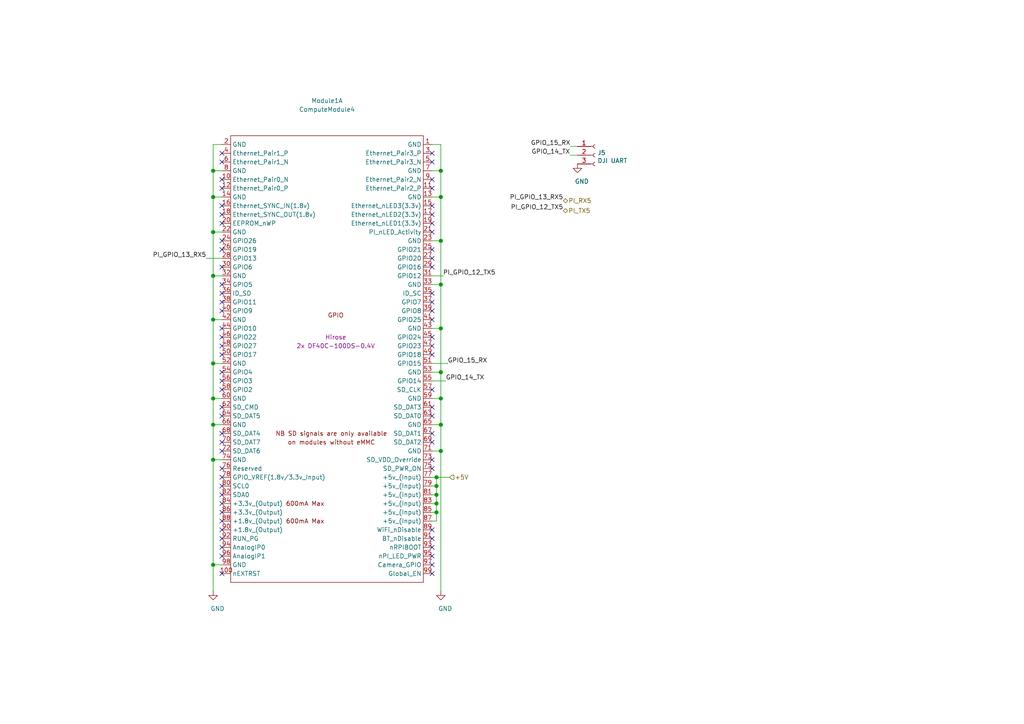
<source format=kicad_sch>
(kicad_sch (version 20200828) (generator eeschema)
  (page 6 6)
  (paper "A4")
  (lib_symbols
    (symbol "CM4IO:ComputeModule4-CM4"
      (property "Reference" "Module" (at 113.03 -68.58 0))
      (property "Value" "ComputeModule4-CM4" (at 140.97 2.54 0))
      (property "Field4" "Hirose" (at 0 0 0))
      (property "Field5" "2x DF40C-100DS-0.4V" (at 0 -2.54 0))
      (symbol "ComputeModule4-CM4_1_0"
        (text "GPIO" (at 0 6.35 0) (effects (font (size 1.27 1.27))))
      )
      (symbol "ComputeModule4-CM4_1_1"
        (text "600mA Max" (at -8.89 -53.34 0) (effects (font (size 1.27 1.27))))
        (text "600mA Max" (at -8.89 -48.26 0) (effects (font (size 1.27 1.27))))
        (text "NB SD signals are only available" (at -1.27 -27.94 0) (effects (font (size 1.27 1.27))))
        (text "on modules without eMMC" (at -1.27 -30.48 0) (effects (font (size 1.27 1.27))))
        (rectangle (start -30.48 -71.12) (end 25.4 58.42))
        (pin power_in line (at 27.94 55.88 180) (length 2.54) (name "GND") (number "1"))
        (pin passive line (at -33.02 45.72 0) (length 2.54) (name "Ethernet_Pair0_N") (number "10"))
        (pin output line (at -33.02 -68.58 0) (length 2.54) (name "nEXTRST") (number "100"))
        (pin passive line (at 27.94 43.18 180) (length 2.54) (name "Ethernet_Pair2_P") (number "11"))
        (pin passive line (at -33.02 43.18 0) (length 2.54) (name "Ethernet_Pair0_P") (number "12"))
        (pin power_in line (at 27.94 40.64 180) (length 2.54) (name "GND") (number "13"))
        (pin power_in line (at -33.02 40.64 0) (length 2.54) (name "GND") (number "14"))
        (pin output line (at 27.94 38.1 180) (length 2.54) (name "Ethernet_nLED3(3.3v)") (number "15"))
        (pin input line (at -33.02 38.1 0) (length 2.54) (name "Ethernet_SYNC_IN(1.8v)") (number "16"))
        (pin output line (at 27.94 35.56 180) (length 2.54) (name "Ethernet_nLED2(3.3v)") (number "17"))
        (pin input line (at -33.02 35.56 0) (length 2.54) (name "Ethernet_SYNC_OUT(1.8v)") (number "18"))
        (pin output line (at 27.94 33.02 180) (length 2.54) (name "Ethernet_nLED1(3.3v)") (number "19"))
        (pin power_in line (at -33.02 55.88 0) (length 2.54) (name "GND") (number "2"))
        (pin passive line (at -33.02 33.02 0) (length 2.54) (name "EEPROM_nWP") (number "20"))
        (pin open_collector line (at 27.94 30.48 180) (length 2.54) (name "PI_nLED_Activity") (number "21"))
        (pin power_in line (at -33.02 30.48 0) (length 2.54) (name "GND") (number "22"))
        (pin power_in line (at 27.94 27.94 180) (length 2.54) (name "GND") (number "23"))
        (pin passive line (at -33.02 27.94 0) (length 2.54) (name "GPIO26") (number "24"))
        (pin passive line (at 27.94 25.4 180) (length 2.54) (name "GPIO21") (number "25"))
        (pin passive line (at -33.02 25.4 0) (length 2.54) (name "GPIO19") (number "26"))
        (pin passive line (at 27.94 22.86 180) (length 2.54) (name "GPIO20") (number "27"))
        (pin passive line (at -33.02 22.86 0) (length 2.54) (name "GPIO13") (number "28"))
        (pin passive line (at 27.94 20.32 180) (length 2.54) (name "GPIO16") (number "29"))
        (pin passive line (at 27.94 53.34 180) (length 2.54) (name "Ethernet_Pair3_P") (number "3"))
        (pin passive line (at -33.02 20.32 0) (length 2.54) (name "GPIO6") (number "30"))
        (pin passive line (at 27.94 17.78 180) (length 2.54) (name "GPIO12") (number "31"))
        (pin power_in line (at -33.02 17.78 0) (length 2.54) (name "GND") (number "32"))
        (pin power_in line (at 27.94 15.24 180) (length 2.54) (name "GND") (number "33"))
        (pin passive line (at -33.02 15.24 0) (length 2.54) (name "GPIO5") (number "34"))
        (pin passive line (at 27.94 12.7 180) (length 2.54) (name "ID_SC") (number "35"))
        (pin passive line (at -33.02 12.7 0) (length 2.54) (name "ID_SD") (number "36"))
        (pin passive line (at 27.94 10.16 180) (length 2.54) (name "GPIO7") (number "37"))
        (pin passive line (at -33.02 10.16 0) (length 2.54) (name "GPIO11") (number "38"))
        (pin passive line (at 27.94 7.62 180) (length 2.54) (name "GPIO8") (number "39"))
        (pin passive line (at -33.02 53.34 0) (length 2.54) (name "Ethernet_Pair1_P") (number "4"))
        (pin passive line (at -33.02 7.62 0) (length 2.54) (name "GPIO9") (number "40"))
        (pin passive line (at 27.94 5.08 180) (length 2.54) (name "GPIO25") (number "41"))
        (pin power_in line (at -33.02 5.08 0) (length 2.54) (name "GND") (number "42"))
        (pin power_in line (at 27.94 2.54 180) (length 2.54) (name "GND") (number "43"))
        (pin passive line (at -33.02 2.54 0) (length 2.54) (name "GPIO10") (number "44"))
        (pin passive line (at 27.94 0 180) (length 2.54) (name "GPIO24") (number "45"))
        (pin passive line (at -33.02 0 0) (length 2.54) (name "GPIO22") (number "46"))
        (pin passive line (at 27.94 -2.54 180) (length 2.54) (name "GPIO23") (number "47"))
        (pin passive line (at -33.02 -2.54 0) (length 2.54) (name "GPIO27") (number "48"))
        (pin passive line (at 27.94 -5.08 180) (length 2.54) (name "GPIO18") (number "49"))
        (pin passive line (at 27.94 50.8 180) (length 2.54) (name "Ethernet_Pair3_N") (number "5"))
        (pin passive line (at -33.02 -5.08 0) (length 2.54) (name "GPIO17") (number "50"))
        (pin passive line (at 27.94 -7.62 180) (length 2.54) (name "GPIO15") (number "51"))
        (pin power_in line (at -33.02 -7.62 0) (length 2.54) (name "GND") (number "52"))
        (pin power_in line (at 27.94 -10.16 180) (length 2.54) (name "GND") (number "53"))
        (pin passive line (at -33.02 -10.16 0) (length 2.54) (name "GPIO4") (number "54"))
        (pin passive line (at 27.94 -12.7 180) (length 2.54) (name "GPIO14") (number "55"))
        (pin passive line (at -33.02 -12.7 0) (length 2.54) (name "GPIO3") (number "56"))
        (pin passive line (at 27.94 -15.24 180) (length 2.54) (name "SD_CLK") (number "57"))
        (pin passive line (at -33.02 -15.24 0) (length 2.54) (name "GPIO2") (number "58"))
        (pin power_in line (at 27.94 -17.78 180) (length 2.54) (name "GND") (number "59"))
        (pin passive line (at -33.02 50.8 0) (length 2.54) (name "Ethernet_Pair1_N") (number "6"))
        (pin power_in line (at -33.02 -17.78 0) (length 2.54) (name "GND") (number "60"))
        (pin passive line (at 27.94 -20.32 180) (length 2.54) (name "SD_DAT3") (number "61"))
        (pin passive line (at -33.02 -20.32 0) (length 2.54) (name "SD_CMD") (number "62"))
        (pin passive line (at 27.94 -22.86 180) (length 2.54) (name "SD_DAT0") (number "63"))
        (pin passive line (at -33.02 -22.86 0) (length 2.54) (name "SD_DAT5") (number "64"))
        (pin power_in line (at 27.94 -25.4 180) (length 2.54) (name "GND") (number "65"))
        (pin power_in line (at -33.02 -25.4 0) (length 2.54) (name "GND") (number "66"))
        (pin passive line (at 27.94 -27.94 180) (length 2.54) (name "SD_DAT1") (number "67"))
        (pin passive line (at -33.02 -27.94 0) (length 2.54) (name "SD_DAT4") (number "68"))
        (pin passive line (at 27.94 -30.48 180) (length 2.54) (name "SD_DAT2") (number "69"))
        (pin power_in line (at 27.94 48.26 180) (length 2.54) (name "GND") (number "7"))
        (pin passive line (at -33.02 -30.48 0) (length 2.54) (name "SD_DAT7") (number "70"))
        (pin power_in line (at 27.94 -33.02 180) (length 2.54) (name "GND") (number "71"))
        (pin passive line (at -33.02 -33.02 0) (length 2.54) (name "SD_DAT6") (number "72"))
        (pin input line (at 27.94 -35.56 180) (length 2.54) (name "SD_VDD_Override") (number "73"))
        (pin power_in line (at -33.02 -35.56 0) (length 2.54) (name "GND") (number "74"))
        (pin output line (at 27.94 -38.1 180) (length 2.54) (name "SD_PWR_ON") (number "75"))
        (pin passive line (at -33.02 -38.1 0) (length 2.54) (name "Reserved") (number "76"))
        (pin power_in line (at 27.94 -40.64 180) (length 2.54) (name "+5v_(Input)") (number "77"))
        (pin power_in line (at -33.02 -40.64 0) (length 2.54) (name "GPIO_VREF(1.8v/3.3v_Input)") (number "78"))
        (pin power_in line (at 27.94 -43.18 180) (length 2.54) (name "+5v_(Input)") (number "79"))
        (pin power_in line (at -33.02 48.26 0) (length 2.54) (name "GND") (number "8"))
        (pin passive line (at -33.02 -43.18 0) (length 2.54) (name "SCL0") (number "80"))
        (pin power_in line (at 27.94 -45.72 180) (length 2.54) (name "+5v_(Input)") (number "81"))
        (pin passive line (at -33.02 -45.72 0) (length 2.54) (name "SDA0") (number "82"))
        (pin power_in line (at 27.94 -48.26 180) (length 2.54) (name "+5v_(Input)") (number "83"))
        (pin power_out line (at -33.02 -48.26 0) (length 2.54) (name "+3.3v_(Output)") (number "84"))
        (pin power_in line (at 27.94 -50.8 180) (length 2.54) (name "+5v_(Input)") (number "85"))
        (pin power_out line (at -33.02 -50.8 0) (length 2.54) (name "+3.3v_(Output)") (number "86"))
        (pin power_in line (at 27.94 -53.34 180) (length 2.54) (name "+5v_(Input)") (number "87"))
        (pin power_out line (at -33.02 -53.34 0) (length 2.54) (name "+1.8v_(Output)") (number "88"))
        (pin power_in line (at 27.94 -55.88 180) (length 2.54) (name "WiFi_nDisable") (number "89"))
        (pin passive line (at 27.94 45.72 180) (length 2.54) (name "Ethernet_Pair2_N") (number "9"))
        (pin power_out line (at -33.02 -55.88 0) (length 2.54) (name "+1.8v_(Output)") (number "90"))
        (pin power_in line (at 27.94 -58.42 180) (length 2.54) (name "BT_nDisable") (number "91"))
        (pin passive line (at -33.02 -58.42 0) (length 2.54) (name "RUN_PG") (number "92"))
        (pin input line (at 27.94 -60.96 180) (length 2.54) (name "nRPIBOOT") (number "93"))
        (pin passive line (at -33.02 -60.96 0) (length 2.54) (name "AnalogIP0") (number "94"))
        (pin output line (at 27.94 -63.5 180) (length 2.54) (name "nPI_LED_PWR") (number "95"))
        (pin passive line (at -33.02 -63.5 0) (length 2.54) (name "AnalogIP1") (number "96"))
        (pin passive line (at 27.94 -66.04 180) (length 2.54) (name "Camera_GPIO") (number "97"))
        (pin power_in line (at -33.02 -66.04 0) (length 2.54) (name "GND") (number "98"))
        (pin input line (at 27.94 -68.58 180) (length 2.54) (name "Global_EN") (number "99"))
      )
      (symbol "ComputeModule4-CM4_2_1"
        (text "High Speed Serial" (at 140.97 0 0) (effects (font (size 1.27 1.27))))
        (rectangle (start 114.3 -66.04) (end 165.1 63.5))
        (pin input line (at 170.18 60.96 180) (length 5.08) (name "USB_OTG_ID") (number "101"))
        (pin input line (at 109.22 60.96 0) (length 5.08) (name "PCIe_CLK_nREQ") (number "102"))
        (pin passive line (at 170.18 58.42 180) (length 5.08) (name "USB2_N") (number "103"))
        (pin passive line (at 109.22 58.42 0) (length 5.08) (name "Reserved") (number "104"))
        (pin passive line (at 170.18 55.88 180) (length 5.08) (name "USB2_P") (number "105"))
        (pin passive line (at 109.22 55.88 0) (length 5.08) (name "Reserved") (number "106"))
        (pin power_in line (at 170.18 53.34 180) (length 5.08) (name "GND") (number "107"))
        (pin power_in line (at 109.22 53.34 0) (length 5.08) (name "GND") (number "108"))
        (pin bidirectional line (at 170.18 50.8 180) (length 5.08) (name "PCIe_nRST") (number "109"))
        (pin output line (at 109.22 50.8 0) (length 5.08) (name "PCIe_CLK_P") (number "110"))
        (pin passive line (at 170.18 48.26 180) (length 5.08) (name "VDAC_COMP") (number "111"))
        (pin output line (at 109.22 48.26 0) (length 5.08) (name "PCIe_CLK_N") (number "112"))
        (pin power_in line (at 170.18 45.72 180) (length 5.08) (name "GND") (number "113"))
        (pin power_in line (at 109.22 45.72 0) (length 5.08) (name "GND") (number "114"))
        (pin input line (at 170.18 43.18 180) (length 5.08) (name "CAM1_D0_N") (number "115"))
        (pin input line (at 109.22 43.18 0) (length 5.08) (name "PCIe_RX_P") (number "116"))
        (pin input line (at 170.18 40.64 180) (length 5.08) (name "CAM1_D0_P") (number "117"))
        (pin input line (at 109.22 40.64 0) (length 5.08) (name "PCIe_RX_N") (number "118"))
        (pin power_in line (at 170.18 38.1 180) (length 5.08) (name "GND") (number "119"))
        (pin power_in line (at 109.22 38.1 0) (length 5.08) (name "GND") (number "120"))
        (pin input line (at 170.18 35.56 180) (length 5.08) (name "CAM1_D1_N") (number "121"))
        (pin output line (at 109.22 35.56 0) (length 5.08) (name "PCIe_TX_P") (number "122"))
        (pin input line (at 170.18 33.02 180) (length 5.08) (name "CAM1_D1_P") (number "123"))
        (pin output line (at 109.22 33.02 0) (length 5.08) (name "PCIe_TX_N") (number "124"))
        (pin power_in line (at 170.18 30.48 180) (length 5.08) (name "GND") (number "125"))
        (pin power_in line (at 109.22 30.48 0) (length 5.08) (name "GND") (number "126"))
        (pin input line (at 170.18 27.94 180) (length 5.08) (name "CAM1_C_N") (number "127"))
        (pin input line (at 109.22 27.94 0) (length 5.08) (name "CAM0_D0_N") (number "128"))
        (pin input line (at 170.18 25.4 180) (length 5.08) (name "CAM1_C_P") (number "129"))
        (pin input line (at 109.22 25.4 0) (length 5.08) (name "CAM0_D0_P") (number "130"))
        (pin power_in line (at 170.18 22.86 180) (length 5.08) (name "GND") (number "131"))
        (pin power_in line (at 109.22 22.86 0) (length 5.08) (name "GND") (number "132"))
        (pin input line (at 170.18 20.32 180) (length 5.08) (name "CAM1_D2_N") (number "133"))
        (pin input line (at 109.22 20.32 0) (length 5.08) (name "CAM0_D1_N") (number "134"))
        (pin input line (at 170.18 17.78 180) (length 5.08) (name "CAM1_D2_P") (number "135"))
        (pin input line (at 109.22 17.78 0) (length 5.08) (name "CAM0_D1_P") (number "136"))
        (pin power_in line (at 170.18 15.24 180) (length 5.08) (name "GND") (number "137"))
        (pin power_in line (at 109.22 15.24 0) (length 5.08) (name "GND") (number "138"))
        (pin input line (at 170.18 12.7 180) (length 5.08) (name "CAM1_D3_N") (number "139"))
        (pin input line (at 109.22 12.7 0) (length 5.08) (name "CAM0_C_N") (number "140"))
        (pin input line (at 170.18 10.16 180) (length 5.08) (name "CAM1_D3_P") (number "141"))
        (pin input line (at 109.22 10.16 0) (length 5.08) (name "CAM0_C_P") (number "142"))
        (pin input line (at 170.18 7.62 180) (length 5.08) (name "HDMI1_HOTPLUG") (number "143"))
        (pin power_in line (at 109.22 7.62 0) (length 5.08) (name "GND") (number "144"))
        (pin bidirectional line (at 170.18 5.08 180) (length 5.08) (name "HDMI1_SDA") (number "145"))
        (pin output line (at 109.22 5.08 0) (length 5.08) (name "HDMI1_TX2_P") (number "146"))
        (pin open_collector line (at 170.18 2.54 180) (length 5.08) (name "HDMI1_SCL") (number "147"))
        (pin output line (at 109.22 2.54 0) (length 5.08) (name "HDMI1_TX2_N") (number "148"))
        (pin open_collector line (at 170.18 0 180) (length 5.08) (name "HDMI1_CEC") (number "149"))
        (pin power_in line (at 109.22 0 0) (length 5.08) (name "GND") (number "150"))
        (pin open_collector line (at 170.18 -2.54 180) (length 5.08) (name "HDMI0_CEC") (number "151"))
        (pin output line (at 109.22 -2.54 0) (length 5.08) (name "HDMI1_TX1_P") (number "152"))
        (pin input line (at 170.18 -5.08 180) (length 5.08) (name "HDMI0_HOTPLUG") (number "153"))
        (pin output line (at 109.22 -5.08 0) (length 5.08) (name "HDMI1_TX1_N") (number "154"))
        (pin power_in line (at 170.18 -7.62 180) (length 5.08) (name "GND") (number "155"))
        (pin power_in line (at 109.22 -7.62 0) (length 5.08) (name "GND") (number "156"))
        (pin output line (at 170.18 -10.16 180) (length 5.08) (name "DSI0_D0_N") (number "157"))
        (pin output line (at 109.22 -10.16 0) (length 5.08) (name "HDMI1_TX0_P") (number "158"))
        (pin output line (at 170.18 -12.7 180) (length 5.08) (name "DSI0_D0_P") (number "159"))
        (pin output line (at 109.22 -12.7 0) (length 5.08) (name "HDMI1_TX0_N") (number "160"))
        (pin power_in line (at 170.18 -15.24 180) (length 5.08) (name "GND") (number "161"))
        (pin power_in line (at 109.22 -15.24 0) (length 5.08) (name "GND") (number "162"))
        (pin output line (at 170.18 -17.78 180) (length 5.08) (name "DSI0_D1_N") (number "163"))
        (pin output line (at 109.22 -17.78 0) (length 5.08) (name "HDMI1_CLK_P") (number "164"))
        (pin output line (at 170.18 -20.32 180) (length 5.08) (name "DSI0_D1_P") (number "165"))
        (pin output line (at 109.22 -20.32 0) (length 5.08) (name "HDMI1_CLK_N") (number "166"))
        (pin power_in line (at 170.18 -22.86 180) (length 5.08) (name "GND") (number "167"))
        (pin power_in line (at 109.22 -22.86 0) (length 5.08) (name "GND") (number "168"))
        (pin output line (at 170.18 -25.4 180) (length 5.08) (name "DSI0_C_N") (number "169"))
        (pin output line (at 109.22 -25.4 0) (length 5.08) (name "HDMI0_TX2_P") (number "170"))
        (pin output line (at 170.18 -27.94 180) (length 5.08) (name "DSI0_C_P") (number "171"))
        (pin output line (at 109.22 -27.94 0) (length 5.08) (name "HDMI0_TX2_N") (number "172"))
        (pin power_in line (at 170.18 -30.48 180) (length 5.08) (name "GND") (number "173"))
        (pin power_in line (at 109.22 -30.48 0) (length 5.08) (name "GND") (number "174"))
        (pin output line (at 170.18 -33.02 180) (length 5.08) (name "DSI1_D0_N") (number "175"))
        (pin output line (at 109.22 -33.02 0) (length 5.08) (name "HDMI0_TX1_P") (number "176"))
        (pin output line (at 170.18 -35.56 180) (length 5.08) (name "DSI1_D0_P") (number "177"))
        (pin output line (at 109.22 -35.56 0) (length 5.08) (name "HDMI0_TX1_N") (number "178"))
        (pin power_in line (at 170.18 -38.1 180) (length 5.08) (name "GND") (number "179"))
        (pin power_in line (at 109.22 -38.1 0) (length 5.08) (name "GND") (number "180"))
        (pin output line (at 170.18 -40.64 180) (length 5.08) (name "DSI1_D1_N") (number "181"))
        (pin output line (at 109.22 -40.64 0) (length 5.08) (name "HDMI0_TX0_P") (number "182"))
        (pin output line (at 170.18 -43.18 180) (length 5.08) (name "DSI1_D1_P") (number "183"))
        (pin output line (at 109.22 -43.18 0) (length 5.08) (name "HDMI0_TX0_N") (number "184"))
        (pin power_in line (at 170.18 -45.72 180) (length 5.08) (name "GND") (number "185"))
        (pin power_in line (at 109.22 -45.72 0) (length 5.08) (name "GND") (number "186"))
        (pin output line (at 170.18 -48.26 180) (length 5.08) (name "DSI1_C_N") (number "187"))
        (pin output line (at 109.22 -48.26 0) (length 5.08) (name "HDMI0_CLK_P") (number "188"))
        (pin output line (at 170.18 -50.8 180) (length 5.08) (name "DSI1_C_P") (number "189"))
        (pin output line (at 109.22 -50.8 0) (length 5.08) (name "HDMI0_CLK_N") (number "190"))
        (pin power_in line (at 170.18 -53.34 180) (length 5.08) (name "GND") (number "191"))
        (pin power_in line (at 109.22 -53.34 0) (length 5.08) (name "GND") (number "192"))
        (pin output line (at 170.18 -55.88 180) (length 5.08) (name "DSI1_D2_N") (number "193"))
        (pin output line (at 109.22 -55.88 0) (length 5.08) (name "DSI1_D3_N") (number "194"))
        (pin output line (at 170.18 -58.42 180) (length 5.08) (name "DSI1_D2_P") (number "195"))
        (pin output line (at 109.22 -58.42 0) (length 5.08) (name "DSI1_D3_P") (number "196"))
        (pin power_in line (at 170.18 -60.96 180) (length 5.08) (name "GND") (number "197"))
        (pin power_in line (at 109.22 -60.96 0) (length 5.08) (name "GND") (number "198"))
        (pin bidirectional line (at 170.18 -63.5 180) (length 5.08) (name "HDMI0_SDA") (number "199"))
        (pin open_collector line (at 109.22 -63.5 0) (length 5.08) (name "HDMI0_SCL") (number "200"))
      )
    )
    (symbol "Connector:Conn_01x03_Female" (pin_names (offset 1.016) hide)
      (property "Reference" "J" (at 0 5.08 0))
      (property "Value" "Conn_01x03_Female" (at 0 -5.08 0))
      (symbol "Conn_01x03_Female_1_1"
        (arc (start 0 -2.032) (end 0 -3.048) (radius (at 0 -2.54) (length 0.508) (angles 90.1 -90.1)) (stroke (width 0.1524)))
        (arc (start 0 0.508) (end 0 -0.508) (radius (at 0 0) (length 0.508) (angles 90.1 -90.1)) (stroke (width 0.1524)))
        (arc (start 0 3.048) (end 0 2.032) (radius (at 0 2.54) (length 0.508) (angles 90.1 -90.1)) (stroke (width 0.1524)))
        (polyline (pts (xy -1.27 -2.54) (xy -0.508 -2.54)) (stroke (width 0.1524)))
        (polyline (pts (xy -1.27 0) (xy -0.508 0)) (stroke (width 0.1524)))
        (polyline (pts (xy -1.27 2.54) (xy -0.508 2.54)) (stroke (width 0.1524)))
        (pin passive line (at -5.08 2.54 0) (length 3.81) (name "Pin_1") (number "1"))
        (pin passive line (at -5.08 0 0) (length 3.81) (name "Pin_2") (number "2"))
        (pin passive line (at -5.08 -2.54 0) (length 3.81) (name "Pin_3") (number "3"))
      )
    )
    (symbol "power:GND" (power) (pin_names (offset 0))
      (property "Value" "GND" (at 0 -3.81 0))
      (symbol "GND_0_1"
        (polyline (pts (xy 0 0) (xy 0 -1.27) (xy 1.27 -1.27) (xy 0 -2.54) (xy -1.27 -1.27) (xy 0 -1.27)))
      )
      (symbol "GND_1_1"
        (pin power_in line (at 0 0 270) (length 0) hide (name "GND") (number "1"))
      )
    )
  )
  (junction (at 61.8236 49.53) (diameter 1.016))
  (junction (at 61.8236 57.15) (diameter 1.016))
  (junction (at 61.8236 67.31) (diameter 1.016))
  (junction (at 61.8236 80.01) (diameter 1.016))
  (junction (at 61.8236 92.71) (diameter 1.016))
  (junction (at 61.8236 105.41) (diameter 1.016))
  (junction (at 61.8236 115.57) (diameter 1.016))
  (junction (at 61.8236 123.19) (diameter 1.016))
  (junction (at 61.8236 133.35) (diameter 1.016))
  (junction (at 61.8236 163.83) (diameter 1.016))
  (junction (at 126.5936 138.43) (diameter 1.016))
  (junction (at 126.5936 140.97) (diameter 1.016))
  (junction (at 126.5936 143.51) (diameter 1.016))
  (junction (at 126.5936 146.05) (diameter 1.016))
  (junction (at 126.5936 148.59) (diameter 1.016))
  (junction (at 127.8636 49.53) (diameter 1.016))
  (junction (at 127.8636 57.15) (diameter 1.016))
  (junction (at 127.8636 69.85) (diameter 1.016))
  (junction (at 127.8636 82.55) (diameter 1.016))
  (junction (at 127.8636 95.25) (diameter 1.016))
  (junction (at 127.8636 107.95) (diameter 1.016))
  (junction (at 127.8636 115.57) (diameter 1.016))
  (junction (at 127.8636 123.19) (diameter 1.016))
  (junction (at 127.8636 130.81) (diameter 1.016))
  (no_connect (at 64.3636 153.67))
  (no_connect (at 64.3636 118.11))
  (no_connect (at 125.3236 153.67))
  (no_connect (at 64.3636 151.13))
  (no_connect (at 64.3636 59.69))
  (no_connect (at 64.3636 161.29))
  (no_connect (at 125.3236 113.03))
  (no_connect (at 125.3236 135.89))
  (no_connect (at 125.3236 156.21))
  (no_connect (at 125.3236 128.27))
  (no_connect (at 64.3636 64.77))
  (no_connect (at 64.3636 69.85))
  (no_connect (at 125.3236 54.61))
  (no_connect (at 64.3636 52.07))
  (no_connect (at 125.3236 161.29))
  (no_connect (at 125.3236 52.07))
  (no_connect (at 64.3636 146.05))
  (no_connect (at 64.3636 107.95))
  (no_connect (at 125.3236 102.87))
  (no_connect (at 125.3236 90.17))
  (no_connect (at 125.3236 133.35))
  (no_connect (at 64.3636 140.97))
  (no_connect (at 64.3636 85.09))
  (no_connect (at 125.3236 77.47))
  (no_connect (at 125.3236 166.37))
  (no_connect (at 64.3636 166.37))
  (no_connect (at 64.3636 120.65))
  (no_connect (at 64.3636 138.43))
  (no_connect (at 125.3236 67.31))
  (no_connect (at 125.3236 100.33))
  (no_connect (at 125.3236 120.65))
  (no_connect (at 64.3636 143.51))
  (no_connect (at 64.3636 62.23))
  (no_connect (at 125.3236 44.45))
  (no_connect (at 64.3636 95.25))
  (no_connect (at 64.3636 82.55))
  (no_connect (at 64.3636 113.03))
  (no_connect (at 64.3636 148.59))
  (no_connect (at 64.3636 158.75))
  (no_connect (at 125.3236 62.23))
  (no_connect (at 125.3236 72.39))
  (no_connect (at 64.3636 100.33))
  (no_connect (at 125.3236 163.83))
  (no_connect (at 64.3636 128.27))
  (no_connect (at 64.3636 130.81))
  (no_connect (at 64.3636 54.61))
  (no_connect (at 64.3636 110.49))
  (no_connect (at 125.3236 87.63))
  (no_connect (at 64.3636 87.63))
  (no_connect (at 125.3236 125.73))
  (no_connect (at 125.3236 74.93))
  (no_connect (at 64.3636 90.17))
  (no_connect (at 125.3236 59.69))
  (no_connect (at 64.3636 125.73))
  (no_connect (at 64.3636 72.39))
  (no_connect (at 64.3636 44.45))
  (no_connect (at 64.3636 156.21))
  (no_connect (at 125.3236 92.71))
  (no_connect (at 64.3636 102.87))
  (no_connect (at 125.3236 64.77))
  (no_connect (at 125.3236 158.75))
  (no_connect (at 64.3636 97.79))
  (no_connect (at 125.3236 118.11))
  (no_connect (at 125.3236 46.99))
  (no_connect (at 64.3636 77.47))
  (no_connect (at 125.3236 97.79))
  (no_connect (at 64.3636 46.99))
  (no_connect (at 125.3236 85.09))
  (no_connect (at 64.3636 135.89))
  (wire (pts (xy 59.8424 74.93) (xy 64.3636 74.93)))
  (wire (pts (xy 61.8236 41.91) (xy 61.8236 49.53)))
  (wire (pts (xy 61.8236 49.53) (xy 61.8236 57.15)))
  (wire (pts (xy 61.8236 49.53) (xy 64.3636 49.53)))
  (wire (pts (xy 61.8236 57.15) (xy 61.8236 67.31)))
  (wire (pts (xy 61.8236 57.15) (xy 64.3636 57.15)))
  (wire (pts (xy 61.8236 67.31) (xy 61.8236 80.01)))
  (wire (pts (xy 61.8236 67.31) (xy 64.3636 67.31)))
  (wire (pts (xy 61.8236 80.01) (xy 61.8236 92.71)))
  (wire (pts (xy 61.8236 80.01) (xy 64.3636 80.01)))
  (wire (pts (xy 61.8236 92.71) (xy 61.8236 105.41)))
  (wire (pts (xy 61.8236 92.71) (xy 64.3636 92.71)))
  (wire (pts (xy 61.8236 105.41) (xy 61.8236 115.57)))
  (wire (pts (xy 61.8236 105.41) (xy 64.3636 105.41)))
  (wire (pts (xy 61.8236 115.57) (xy 61.8236 123.19)))
  (wire (pts (xy 61.8236 115.57) (xy 64.3636 115.57)))
  (wire (pts (xy 61.8236 123.19) (xy 61.8236 133.35)))
  (wire (pts (xy 61.8236 123.19) (xy 64.3636 123.19)))
  (wire (pts (xy 61.8236 133.35) (xy 61.8236 163.83)))
  (wire (pts (xy 61.8236 133.35) (xy 64.3636 133.35)))
  (wire (pts (xy 61.8236 163.83) (xy 61.8236 171.45)))
  (wire (pts (xy 61.8236 163.83) (xy 64.3636 163.83)))
  (wire (pts (xy 64.3636 41.91) (xy 61.8236 41.91)))
  (wire (pts (xy 125.3236 41.91) (xy 127.8636 41.91)))
  (wire (pts (xy 125.3236 49.53) (xy 127.8636 49.53)))
  (wire (pts (xy 125.3236 57.15) (xy 127.8636 57.15)))
  (wire (pts (xy 125.3236 69.85) (xy 127.8636 69.85)))
  (wire (pts (xy 125.3236 80.01) (xy 128.4732 80.01)))
  (wire (pts (xy 125.3236 82.55) (xy 127.8636 82.55)))
  (wire (pts (xy 125.3236 95.25) (xy 127.8636 95.25)))
  (wire (pts (xy 125.3236 105.41) (xy 129.8448 105.41)))
  (wire (pts (xy 125.3236 107.95) (xy 127.8636 107.95)))
  (wire (pts (xy 125.3236 110.49) (xy 129.286 110.49)))
  (wire (pts (xy 125.3236 115.57) (xy 127.8636 115.57)))
  (wire (pts (xy 125.3236 123.19) (xy 127.8636 123.19)))
  (wire (pts (xy 125.3236 130.81) (xy 127.8636 130.81)))
  (wire (pts (xy 125.3236 138.43) (xy 126.5936 138.43)))
  (wire (pts (xy 125.3236 140.97) (xy 126.5936 140.97)))
  (wire (pts (xy 125.3236 143.51) (xy 126.5936 143.51)))
  (wire (pts (xy 125.3236 146.05) (xy 126.5936 146.05)))
  (wire (pts (xy 125.3236 148.59) (xy 126.5936 148.59)))
  (wire (pts (xy 125.3236 151.13) (xy 126.5936 151.13)))
  (wire (pts (xy 126.5936 138.43) (xy 130.4036 138.43)))
  (wire (pts (xy 126.5936 140.97) (xy 126.5936 138.43)))
  (wire (pts (xy 126.5936 143.51) (xy 126.5936 140.97)))
  (wire (pts (xy 126.5936 146.05) (xy 126.5936 143.51)))
  (wire (pts (xy 126.5936 148.59) (xy 126.5936 146.05)))
  (wire (pts (xy 126.5936 151.13) (xy 126.5936 148.59)))
  (wire (pts (xy 127.8636 41.91) (xy 127.8636 49.53)))
  (wire (pts (xy 127.8636 49.53) (xy 127.8636 57.15)))
  (wire (pts (xy 127.8636 57.15) (xy 127.8636 69.85)))
  (wire (pts (xy 127.8636 69.85) (xy 127.8636 82.55)))
  (wire (pts (xy 127.8636 82.55) (xy 127.8636 95.25)))
  (wire (pts (xy 127.8636 95.25) (xy 127.8636 107.95)))
  (wire (pts (xy 127.8636 107.95) (xy 127.8636 115.57)))
  (wire (pts (xy 127.8636 115.57) (xy 127.8636 123.19)))
  (wire (pts (xy 127.8636 123.19) (xy 127.8636 130.81)))
  (wire (pts (xy 127.8636 130.81) (xy 127.8636 171.45)))
  (wire (pts (xy 128.4732 80.01) (xy 128.4732 80.0608)))
  (wire (pts (xy 129.8448 105.41) (xy 129.8448 105.5624)))
  (wire (pts (xy 165.354 45.0088) (xy 167.4876 45.0088)))
  (wire (pts (xy 165.4556 42.4688) (xy 167.4876 42.4688)))
  (label "PI_GPIO_13_RX5" (at 59.8424 74.93 180))
  (label "PI_GPIO_12_TX5" (at 128.4732 80.0608 0))
  (label "GPIO_14_TX" (at 129.286 110.49 0))
  (label "GPIO_15_RX" (at 129.8448 105.5624 0))
  (label "PI_GPIO_13_RX5" (at 163.3728 58.2168 180))
  (label "PI_GPIO_12_TX5" (at 163.3728 61.1124 180))
  (label "GPIO_14_TX" (at 165.354 45.0088 180))
  (label "GPIO_15_RX" (at 165.4556 42.4688 180))
  (hierarchical_label "+5V" (shape input) (at 130.4036 138.43 0))
  (hierarchical_label "PI_RX5" (shape bidirectional) (at 163.3728 58.2168 0))
  (hierarchical_label "PI_TX5" (shape bidirectional) (at 163.3728 61.1124 0))
  (symbol (lib_id "power:GND") (at 61.8236 171.45 0) (unit 1)
    (property "Reference" "#PWR069" (effects hide))
    (property "Value" "GND" (at 63.0936 176.53 0))
  )
  (symbol (lib_id "power:GND") (at 127.8636 171.45 0) (unit 1)
    (property "Reference" "#PWR070" (effects hide))
    (property "Value" "GND" (at 129.1336 176.53 0))
  )
  (symbol (lib_id "power:GND") (at 167.4876 47.5488 0) (unit 1)
    (property "Reference" "#PWR068" (effects hide))
    (property "Value" "GND" (at 168.7576 52.6288 0))
  )
  (symbol (lib_id "Connector:Conn_01x03_Female") (at 172.5676 45.0088 0) (unit 1)
    (property "Reference" "J5" (at 173.2789 44.3166 0) (effects (justify left)))
    (property "Value" "DJI UART" (at 173.279 46.6156 0) (effects (justify left)))
    (property "Footprint" "Connector_Molex:Molex_PicoBlade_53261-0371_1x03-1MP_P1.25mm_Horizontal" (effects hide))
  )
  (symbol (lib_id "CM4IO:ComputeModule4-CM4") (at 97.3836 97.79 0) (unit 1)
    (property "Reference" "Module1" (at 94.844 29.21 0))
    (property "Value" "ComputeModule4" (at 94.844 31.75 0))
    (property "Footprint" "CM4IO:Raspberry-Pi-4-Compute-Module" (effects hide))
    (property "Field4" "Hirose" (at 97.3836 97.79 0))
    (property "Field5" "2x DF40C-100DS-0.4V" (at 97.3836 100.33 0))
    (property "Digi-Key_PN" "2x H11615CT-ND" (effects hide))
    (property "Digi-Key_PN (Alt)" "2x H124602CT-ND" (effects hide))
  )
)
</source>
